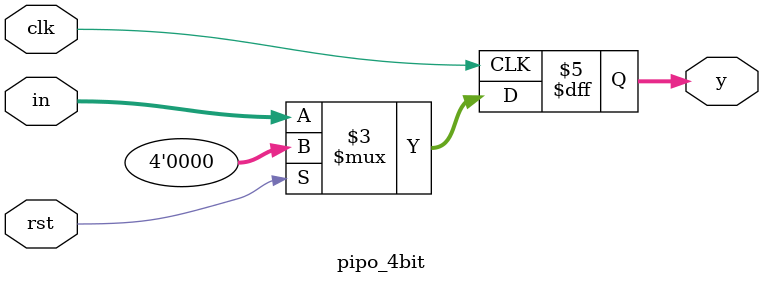
<source format=v>
module pipo_4bit (
					input clk,rst,
					input [3:0] in,
					output reg [3:0] y);
reg [3:0] temp;
					
always@(posedge clk)
begin

	if (rst)
		y<=4'd0;
	else
		y<=in;
end
endmodule
</source>
